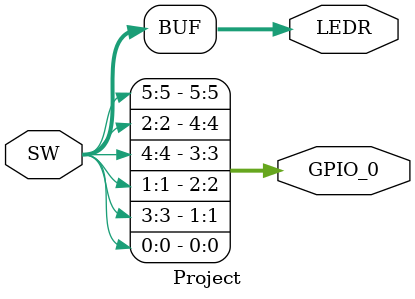
<source format=v>
module Project(input [5:0]SW,output reg [5:0]GPIO_0, output reg [5:0]LEDR);
always GPIO_0[0] <= SW[0];
always GPIO_0[2] <= SW[1];
always GPIO_0[4] <= SW[2];
always GPIO_0[1] <= SW[3];
always GPIO_0[3] <= SW[4];
always GPIO_0[5] <= SW[5];
always LEDR <= SW;
endmodule 

</source>
